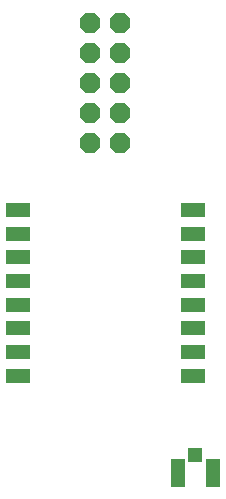
<source format=gbr>
G04 EAGLE Gerber RS-274X export*
G75*
%MOMM*%
%FSLAX34Y34*%
%LPD*%
%INSoldermask Top*%
%IPPOS*%
%AMOC8*
5,1,8,0,0,1.08239X$1,22.5*%
G01*
%ADD10R,1.203200X1.253200*%
%ADD11R,1.253200X2.403200*%
%ADD12P,1.869504X8X112.500000*%
%ADD13R,2.153200X1.253200*%


D10*
X304800Y53350D03*
D11*
X319550Y38100D03*
X290050Y38100D03*
D12*
X241300Y317500D03*
X215900Y317500D03*
X241300Y342900D03*
X215900Y342900D03*
X241300Y368300D03*
X215900Y368300D03*
X241300Y393700D03*
X215900Y393700D03*
X241300Y419100D03*
X215900Y419100D03*
D13*
X154600Y260500D03*
X154600Y240500D03*
X154600Y220500D03*
X154600Y200500D03*
X154600Y180500D03*
X154600Y160500D03*
X154600Y140500D03*
X154600Y120500D03*
X302600Y120500D03*
X302600Y140500D03*
X302600Y160500D03*
X302600Y180500D03*
X302600Y200500D03*
X302600Y220500D03*
X302600Y240500D03*
X302600Y260500D03*
M02*

</source>
